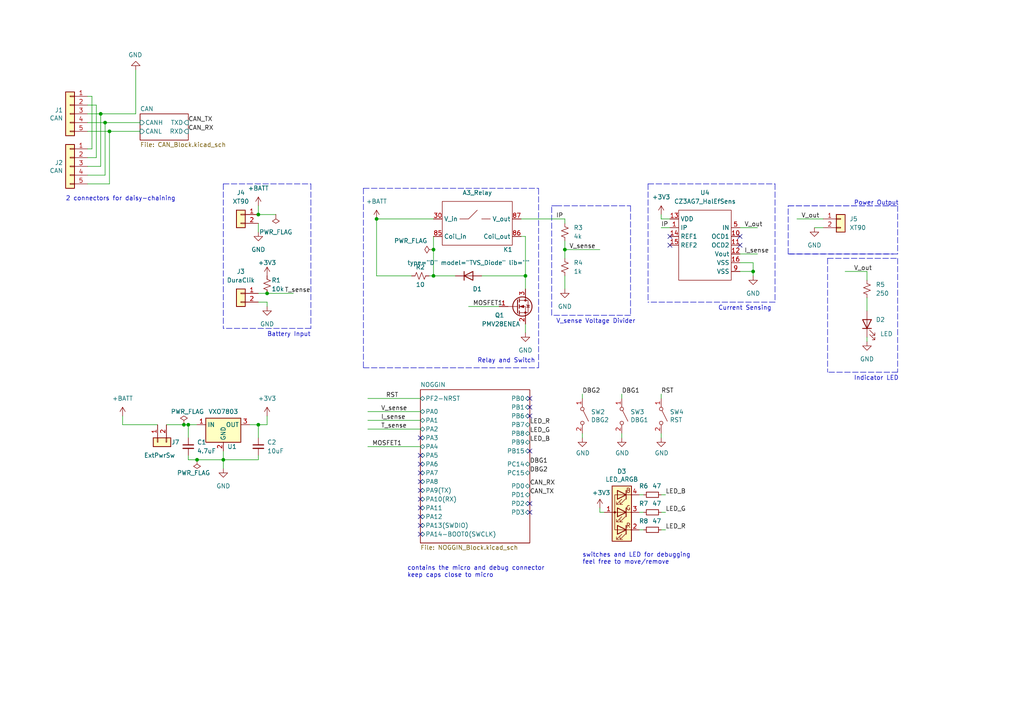
<source format=kicad_sch>
(kicad_sch (version 20211123) (generator eeschema)
  (paper "A4")
  (lib_symbols
    (symbol "BMS_Library:A3_Relay"
      (property "Reference" "K" (at 6.35 -10.16 0))
      (property "Value" "A3_Relay" (at 0 5.08 0))
      (symbol "A3_Relay_0_1"
        (rectangle (start -10.16 3.81) (end 10.16 -8.89))
        (polyline (pts (xy 1.27 -1.27) (xy 3.81 -1.27)))
        (polyline (pts (xy -5.08 -1.27) (xy -2.54 -1.27) (xy 0 1.27)))
      )
      (symbol "A3_Relay_1_1"
        (pin power_in line (at -12.7 -1.27 0) (length 2.54) (name "V_in") (number "30"))
        (pin power_in line (at -12.7 -6.35 0) (length 2.54) (name "Coil_in") (number "85"))
        (pin power_out line (at 12.7 -6.35 180) (length 2.54) (name "Coil_out") (number "86"))
        (pin power_out line (at 12.7 -1.27 180) (length 2.54) (name "V_out") (number "87"))
      )
    )
    (symbol "BMS_Library:CZ3AG7_HalEfSens"
      (property "Reference" "U" (at -1.27 8.89 0))
      (property "Value" "CZ3AG7_HalEfSens" (at -1.27 -13.97 0))
      (symbol "CZ3AG7_HalEfSens_0_1"
        (rectangle (start -8.89 7.62) (end 6.35 -12.7))
      )
      (symbol "CZ3AG7_HalEfSens_1_1"
        (pin input line (at -11.43 2.54 0) (length 2.54) (name "IP") (number "1"))
        (pin output line (at 8.89 0 180) (length 2.54) (name "OCD1") (number "10"))
        (pin output line (at 8.89 -2.54 180) (length 2.54) (name "OCD2") (number "11"))
        (pin output line (at 8.89 -5.08 180) (length 2.54) (name "Vout") (number "12"))
        (pin power_in line (at -11.43 5.08 0) (length 2.54) (name "VDD") (number "13"))
        (pin input line (at -11.43 0 0) (length 2.54) (name "REF1") (number "14"))
        (pin input line (at -11.43 -2.54 0) (length 2.54) (name "REF2") (number "15"))
        (pin power_in line (at 8.89 -7.62 180) (length 2.54) (name "VSS") (number "16"))
        (pin output line (at 8.89 2.54 180) (length 2.54) (name "IN") (number "5"))
        (pin power_in line (at 8.89 -10.16 180) (length 2.54) (name "VSS") (number "9"))
      )
    )
    (symbol "Connector_Generic:Conn_01x02" (pin_names (offset 1.016) hide)
      (property "Reference" "J" (at 0 2.54 0))
      (property "Value" "Conn_01x02" (at 0 -5.08 0))
      (symbol "Conn_01x02_1_1"
        (rectangle (start -1.27 -2.413) (end 0 -2.667) (stroke (width 0.1524)))
        (rectangle (start -1.27 0.127) (end 0 -0.127) (stroke (width 0.1524)))
        (rectangle (start -1.27 1.27) (end 1.27 -3.81) (stroke (width 0.254)) (fill (type background)))
        (pin passive line (at -5.08 0 0) (length 3.81) (name "Pin_1") (number "1"))
        (pin passive line (at -5.08 -2.54 0) (length 3.81) (name "Pin_2") (number "2"))
      )
    )
    (symbol "Connector_Generic:Conn_01x05" (pin_names (offset 1.016) hide)
      (property "Reference" "J" (at 0 7.62 0))
      (property "Value" "Conn_01x05" (at 0 -7.62 0))
      (symbol "Conn_01x05_1_1"
        (rectangle (start -1.27 -4.953) (end 0 -5.207) (stroke (width 0.1524)))
        (rectangle (start -1.27 -2.413) (end 0 -2.667) (stroke (width 0.1524)))
        (rectangle (start -1.27 0.127) (end 0 -0.127) (stroke (width 0.1524)))
        (rectangle (start -1.27 2.667) (end 0 2.413) (stroke (width 0.1524)))
        (rectangle (start -1.27 5.207) (end 0 4.953) (stroke (width 0.1524)))
        (rectangle (start -1.27 6.35) (end 1.27 -6.35) (stroke (width 0.254)) (fill (type background)))
        (pin passive line (at -5.08 5.08 0) (length 3.81) (name "Pin_1") (number "1"))
        (pin passive line (at -5.08 2.54 0) (length 3.81) (name "Pin_2") (number "2"))
        (pin passive line (at -5.08 0 0) (length 3.81) (name "Pin_3") (number "3"))
        (pin passive line (at -5.08 -2.54 0) (length 3.81) (name "Pin_4") (number "4"))
        (pin passive line (at -5.08 -5.08 0) (length 3.81) (name "Pin_5") (number "5"))
      )
    )
    (symbol "Converter_DCDC:OKI-78SR-5_1.5-W36-C"
      (property "Reference" "U" (at -3.81 3.175 0))
      (property "Value" "OKI-78SR-5_1.5-W36-C" (at 0 3.175 0))
      (symbol "OKI-78SR-5_1.5-W36-C_0_1"
        (rectangle (start -5.08 1.905) (end 5.08 -5.08) (stroke (width 0.254)) (fill (type background)))
      )
      (symbol "OKI-78SR-5_1.5-W36-C_1_1"
        (pin power_in line (at -7.62 0 0) (length 2.54) (name "IN") (number "1"))
        (pin power_in line (at 0 -7.62 90) (length 2.54) (name "GND") (number "2"))
        (pin power_out line (at 7.62 0 180) (length 2.54) (name "OUT") (number "3"))
      )
    )
    (symbol "Device:C_Small" (pin_numbers hide) (pin_names (offset 0.254) hide)
      (property "Reference" "C" (at 0.254 1.778 0))
      (property "Value" "C_Small" (at 0.254 -2.032 0))
      (symbol "C_Small_0_1"
        (polyline (pts (xy -1.524 -0.508) (xy 1.524 -0.508)) (stroke (width 0.3302)))
        (polyline (pts (xy -1.524 0.508) (xy 1.524 0.508)) (stroke (width 0.3048)))
      )
      (symbol "C_Small_1_1"
        (pin passive line (at 0 2.54 270) (length 2.032) (name "~") (number "1"))
        (pin passive line (at 0 -2.54 90) (length 2.032) (name "~") (number "2"))
      )
    )
    (symbol "Device:LED" (pin_numbers hide) (pin_names (offset 1.016) hide)
      (property "Reference" "D" (at 0 2.54 0))
      (property "Value" "LED" (at 0 -2.54 0))
      (symbol "LED_0_1"
        (polyline (pts (xy -1.27 -1.27) (xy -1.27 1.27)) (stroke (width 0.254)))
        (polyline (pts (xy -1.27 0) (xy 1.27 0)))
        (polyline (pts (xy 1.27 -1.27) (xy 1.27 1.27) (xy -1.27 0) (xy 1.27 -1.27)) (stroke (width 0.254)))
        (polyline (pts (xy -3.048 -0.762) (xy -4.572 -2.286) (xy -3.81 -2.286) (xy -4.572 -2.286) (xy -4.572 -1.524)))
        (polyline (pts (xy -1.778 -0.762) (xy -3.302 -2.286) (xy -2.54 -2.286) (xy -3.302 -2.286) (xy -3.302 -1.524)))
      )
      (symbol "LED_1_1"
        (pin passive line (at -3.81 0 0) (length 2.54) (name "K") (number "1"))
        (pin passive line (at 3.81 0 180) (length 2.54) (name "A") (number "2"))
      )
    )
    (symbol "Device:LED_ARGB" (pin_names (offset 0) hide)
      (property "Reference" "D" (at 0 9.398 0))
      (property "Value" "LED_ARGB" (at 0 -8.89 0))
      (symbol "LED_ARGB_0_0"
        (text "B" (at -1.905 -6.35 0) (effects (font (size 1.27 1.27))))
        (text "G" (at -1.905 -1.27 0) (effects (font (size 1.27 1.27))))
        (text "R" (at -1.905 3.81 0) (effects (font (size 1.27 1.27))))
      )
      (symbol "LED_ARGB_0_1"
        (polyline (pts (xy -1.27 -5.08) (xy -2.54 -5.08)))
        (polyline (pts (xy -1.27 -5.08) (xy 1.27 -5.08)))
        (polyline (pts (xy -1.27 -3.81) (xy -1.27 -6.35)) (stroke (width 0.254)))
        (polyline (pts (xy -1.27 0) (xy -2.54 0)))
        (polyline (pts (xy -1.27 1.27) (xy -1.27 -1.27)) (stroke (width 0.254)))
        (polyline (pts (xy -1.27 5.08) (xy -2.54 5.08)))
        (polyline (pts (xy -1.27 5.08) (xy 1.27 5.08)))
        (polyline (pts (xy -1.27 6.35) (xy -1.27 3.81)) (stroke (width 0.254)))
        (polyline (pts (xy 1.27 0) (xy -1.27 0)))
        (polyline (pts (xy 1.27 0) (xy 2.54 0)))
        (polyline (pts (xy -1.27 1.27) (xy -1.27 -1.27) (xy -1.27 -1.27)))
        (polyline (pts (xy -1.27 6.35) (xy -1.27 3.81) (xy -1.27 3.81)))
        (polyline (pts (xy 1.27 -5.08) (xy 2.032 -5.08) (xy 2.032 5.08) (xy 1.27 5.08)))
        (polyline (pts (xy 1.27 -3.81) (xy 1.27 -6.35) (xy -1.27 -5.08) (xy 1.27 -3.81)) (stroke (width 0.254)))
        (polyline (pts (xy 1.27 1.27) (xy 1.27 -1.27) (xy -1.27 0) (xy 1.27 1.27)) (stroke (width 0.254)))
        (polyline (pts (xy 1.27 6.35) (xy 1.27 3.81) (xy -1.27 5.08) (xy 1.27 6.35)) (stroke (width 0.254)))
        (polyline (pts (xy -1.016 -3.81) (xy 0.508 -2.286) (xy -0.254 -2.286) (xy 0.508 -2.286) (xy 0.508 -3.048)))
        (polyline (pts (xy -1.016 1.27) (xy 0.508 2.794) (xy -0.254 2.794) (xy 0.508 2.794) (xy 0.508 2.032)))
        (polyline (pts (xy -1.016 6.35) (xy 0.508 7.874) (xy -0.254 7.874) (xy 0.508 7.874) (xy 0.508 7.112)))
        (polyline (pts (xy 0 -3.81) (xy 1.524 -2.286) (xy 0.762 -2.286) (xy 1.524 -2.286) (xy 1.524 -3.048)))
        (polyline (pts (xy 0 1.27) (xy 1.524 2.794) (xy 0.762 2.794) (xy 1.524 2.794) (xy 1.524 2.032)))
        (polyline (pts (xy 0 6.35) (xy 1.524 7.874) (xy 0.762 7.874) (xy 1.524 7.874) (xy 1.524 7.112)))
        (rectangle (start 1.27 -1.27) (end 1.27 1.27))
        (rectangle (start 1.27 1.27) (end 1.27 1.27))
        (rectangle (start 1.27 3.81) (end 1.27 6.35))
        (rectangle (start 1.27 6.35) (end 1.27 6.35))
        (circle (center 2.032 0) (radius 0.254) (fill (type outline)))
        (rectangle (start 2.794 8.382) (end -2.794 -7.62) (stroke (width 0.254)) (fill (type background)))
      )
      (symbol "LED_ARGB_1_1"
        (pin passive line (at 5.08 0 180) (length 2.54) (name "A") (number "1"))
        (pin passive line (at -5.08 5.08 0) (length 2.54) (name "RK") (number "2"))
        (pin passive line (at -5.08 0 0) (length 2.54) (name "GK") (number "3"))
        (pin passive line (at -5.08 -5.08 0) (length 2.54) (name "BK") (number "4"))
      )
    )
    (symbol "Device:Q_NMOS_GSD" (pin_names (offset 0) hide)
      (property "Reference" "Q" (at 5.08 1.27 0))
      (property "Value" "Q_NMOS_GSD" (at 5.08 -1.27 0))
      (symbol "Q_NMOS_GSD_0_1"
        (polyline (pts (xy 0.254 0) (xy -2.54 0)))
        (polyline (pts (xy 0.254 1.905) (xy 0.254 -1.905)) (stroke (width 0.254)))
        (polyline (pts (xy 0.762 -1.27) (xy 0.762 -2.286)) (stroke (width 0.254)))
        (polyline (pts (xy 0.762 0.508) (xy 0.762 -0.508)) (stroke (width 0.254)))
        (polyline (pts (xy 0.762 2.286) (xy 0.762 1.27)) (stroke (width 0.254)))
        (polyline (pts (xy 2.54 2.54) (xy 2.54 1.778)))
        (polyline (pts (xy 2.54 -2.54) (xy 2.54 0) (xy 0.762 0)))
        (polyline (pts (xy 0.762 -1.778) (xy 3.302 -1.778) (xy 3.302 1.778) (xy 0.762 1.778)))
        (polyline (pts (xy 1.016 0) (xy 2.032 0.381) (xy 2.032 -0.381) (xy 1.016 0)) (fill (type outline)))
        (polyline (pts (xy 2.794 0.508) (xy 2.921 0.381) (xy 3.683 0.381) (xy 3.81 0.254)))
        (polyline (pts (xy 3.302 0.381) (xy 2.921 -0.254) (xy 3.683 -0.254) (xy 3.302 0.381)))
        (circle (center 1.651 0) (radius 2.794) (stroke (width 0.254)))
        (circle (center 2.54 -1.778) (radius 0.254) (fill (type outline)))
        (circle (center 2.54 1.778) (radius 0.254) (fill (type outline)))
      )
      (symbol "Q_NMOS_GSD_1_1"
        (pin input line (at -5.08 0 0) (length 2.54) (name "G") (number "1"))
        (pin passive line (at 2.54 -5.08 90) (length 2.54) (name "S") (number "2"))
        (pin passive line (at 2.54 5.08 270) (length 2.54) (name "D") (number "3"))
      )
    )
    (symbol "Device:R_Small" (pin_numbers hide) (pin_names (offset 0.254) hide)
      (property "Reference" "R" (at 0.762 0.508 0))
      (property "Value" "R_Small" (at 0.762 -1.016 0))
      (symbol "R_Small_0_1"
        (rectangle (start -0.762 1.778) (end 0.762 -1.778) (stroke (width 0.2032)))
      )
      (symbol "R_Small_1_1"
        (pin passive line (at 0 2.54 270) (length 0.762) (name "~") (number "1"))
        (pin passive line (at 0 -2.54 90) (length 0.762) (name "~") (number "2"))
      )
    )
    (symbol "Device:R_Small_US" (pin_numbers hide) (pin_names (offset 0.254) hide)
      (property "Reference" "R" (at 0.762 0.508 0))
      (property "Value" "R_Small_US" (at 0.762 -1.016 0))
      (symbol "R_Small_US_1_1"
        (polyline (pts (xy 0 0) (xy 1.016 -0.381) (xy 0 -0.762) (xy -1.016 -1.143) (xy 0 -1.524)))
        (polyline (pts (xy 0 1.524) (xy 1.016 1.143) (xy 0 0.762) (xy -1.016 0.381) (xy 0 0)))
        (pin passive line (at 0 2.54 270) (length 1.016) (name "~") (number "1"))
        (pin passive line (at 0 -2.54 90) (length 1.016) (name "~") (number "2"))
      )
    )
    (symbol "Simulation_SPICE:DIODE" (pin_numbers hide) (pin_names (offset 1.016) hide)
      (property "Reference" "D" (at 0 2.54 0))
      (property "Value" "DIODE" (at 0 -2.54 0))
      (symbol "DIODE_0_1"
        (polyline (pts (xy 1.27 0) (xy -1.27 0)))
        (polyline (pts (xy 1.27 1.27) (xy 1.27 -1.27)) (stroke (width 0.254)))
        (polyline (pts (xy -1.27 -1.27) (xy -1.27 1.27) (xy 1.27 0) (xy -1.27 -1.27)) (stroke (width 0.254)))
      )
      (symbol "DIODE_1_1"
        (pin passive line (at -3.81 0 0) (length 2.54) (name "A") (number "1"))
        (pin passive line (at 3.81 0 180) (length 2.54) (name "K") (number "2"))
      )
    )
    (symbol "Switch:SW_SPST" (pin_names (offset 0) hide)
      (property "Reference" "SW" (at 0 3.175 0))
      (property "Value" "SW_SPST" (at 0 -2.54 0))
      (symbol "SW_SPST_0_0"
        (circle (center -2.032 0) (radius 0.508))
        (polyline (pts (xy -1.524 0.254) (xy 1.524 1.778)))
        (circle (center 2.032 0) (radius 0.508))
      )
      (symbol "SW_SPST_1_1"
        (pin passive line (at -5.08 0 0) (length 2.54) (name "A") (number "1"))
        (pin passive line (at 5.08 0 180) (length 2.54) (name "B") (number "2"))
      )
    )
    (symbol "power:+3.3V" (power) (pin_names (offset 0))
      (property "Value" "+3.3V" (at 0 3.556 0))
      (symbol "+3.3V_0_1"
        (polyline (pts (xy -0.762 1.27) (xy 0 2.54)))
        (polyline (pts (xy 0 0) (xy 0 2.54)))
        (polyline (pts (xy 0 2.54) (xy 0.762 1.27)))
      )
      (symbol "+3.3V_1_1"
        (pin power_in line (at 0 0 90) (length 0) hide (name "+3V3") (number "1"))
      )
    )
    (symbol "power:+3V3" (power) (pin_names (offset 0))
      (property "Value" "+3V3" (at 0 3.556 0))
      (symbol "+3V3_0_1"
        (polyline (pts (xy -0.762 1.27) (xy 0 2.54)))
        (polyline (pts (xy 0 0) (xy 0 2.54)))
        (polyline (pts (xy 0 2.54) (xy 0.762 1.27)))
      )
      (symbol "+3V3_1_1"
        (pin power_in line (at 0 0 90) (length 0) hide (name "+3V3") (number "1"))
      )
    )
    (symbol "power:+BATT" (power) (pin_names (offset 0))
      (property "Value" "+BATT" (at 0 3.556 0))
      (symbol "+BATT_0_1"
        (polyline (pts (xy -0.762 1.27) (xy 0 2.54)))
        (polyline (pts (xy 0 0) (xy 0 2.54)))
        (polyline (pts (xy 0 2.54) (xy 0.762 1.27)))
      )
      (symbol "+BATT_1_1"
        (pin power_in line (at 0 0 90) (length 0) hide (name "+BATT") (number "1"))
      )
    )
    (symbol "power:GND" (power) (pin_names (offset 0))
      (property "Value" "GND" (at 0 -3.81 0))
      (symbol "GND_0_1"
        (polyline (pts (xy 0 0) (xy 0 -1.27) (xy 1.27 -1.27) (xy 0 -2.54) (xy -1.27 -1.27) (xy 0 -1.27)))
      )
      (symbol "GND_1_1"
        (pin power_in line (at 0 0 270) (length 0) hide (name "GND") (number "1"))
      )
    )
    (symbol "power:PWR_FLAG" (power) (pin_numbers hide) (pin_names (offset 0) hide)
      (property "Value" "PWR_FLAG" (at 0 3.81 0))
      (symbol "PWR_FLAG_0_0"
        (pin power_out line (at 0 0 90) (length 0) (name "pwr") (number "1"))
      )
      (symbol "PWR_FLAG_0_1"
        (polyline (pts (xy 0 0) (xy 0 1.27) (xy -1.016 1.905) (xy 0 2.54) (xy 1.016 1.905) (xy 0 1.27)))
      )
    )
  )
  (junction (at 64.77 133.35))
  (junction (at 77.47 85.09))
  (junction (at 152.4 80.01))
  (junction (at 125.73 80.01))
  (junction (at 109.22 63.5))
  (junction (at 57.15 133.35))
  (junction (at 125.73 72.39))
  (junction (at 74.93 123.19))
  (junction (at 29.21 33.02))
  (junction (at 30.48 35.56))
  (junction (at 53.34 123.19))
  (junction (at 74.93 62.23))
  (junction (at 163.83 72.39))
  (junction (at 218.44 78.74))
  (junction (at 31.75 38.1))
  (junction (at 54.61 123.19))
  (no_connect (at 153.67 118.11))
  (no_connect (at 153.67 120.65))
  (no_connect (at 121.92 139.7))
  (no_connect (at 121.92 142.24))
  (no_connect (at 153.67 146.05))
  (no_connect (at 153.67 148.59))
  (no_connect (at 153.67 130.81))
  (no_connect (at 121.92 127))
  (no_connect (at 121.92 132.08))
  (no_connect (at 121.92 134.62))
  (no_connect (at 121.92 137.16))
  (no_connect (at 153.67 115.57))
  (no_connect (at 121.92 144.78))
  (no_connect (at 121.92 147.32))
  (no_connect (at 121.92 149.86))
  (no_connect (at 121.92 152.4))
  (no_connect (at 121.92 154.94))
  (no_connect (at 214.63 68.58))
  (no_connect (at 194.31 71.12))
  (no_connect (at 194.31 68.58))
  (no_connect (at 214.63 71.12))
  (wire (pts (xy 191.77 66.04) (xy 194.31 66.04)))
  (wire (pts (xy 173.99 147.32) (xy 173.99 148.59)))
  (wire (pts (xy 163.83 80.01) (xy 163.83 83.82)))
  (polyline (pts (xy 105.41 54.61) (xy 156.21 54.61)))
  (wire (pts (xy 77.47 120.65) (xy 77.47 123.19)))
  (wire (pts (xy 236.22 66.04) (xy 238.76 66.04)))
  (wire (pts (xy 74.93 123.19) (xy 74.93 127)))
  (wire (pts (xy 151.13 63.5) (xy 163.83 63.5)))
  (polyline (pts (xy 260.35 59.69) (xy 260.35 73.66)))
  (wire (pts (xy 74.93 87.63) (xy 77.47 87.63)))
  (wire (pts (xy 152.4 93.98) (xy 152.4 96.52)))
  (wire (pts (xy 231.14 63.5) (xy 238.76 63.5)))
  (wire (pts (xy 106.68 115.57) (xy 121.92 115.57)))
  (wire (pts (xy 29.21 48.26) (xy 29.21 33.02)))
  (wire (pts (xy 39.37 33.02) (xy 39.37 20.32)))
  (wire (pts (xy 77.47 85.09) (xy 85.09 85.09)))
  (wire (pts (xy 54.61 132.08) (xy 54.61 133.35)))
  (wire (pts (xy 25.4 30.48) (xy 27.94 30.48)))
  (wire (pts (xy 109.22 80.01) (xy 109.22 63.5)))
  (wire (pts (xy 40.64 35.56) (xy 30.48 35.56)))
  (wire (pts (xy 125.73 80.01) (xy 125.73 72.39)))
  (wire (pts (xy 74.93 123.19) (xy 77.47 123.19)))
  (polyline (pts (xy 90.17 53.34) (xy 90.17 95.25)))
  (wire (pts (xy 168.91 114.3) (xy 168.91 115.57)))
  (polyline (pts (xy 187.96 53.34) (xy 187.96 87.63)))
  (wire (pts (xy 54.61 133.35) (xy 57.15 133.35)))
  (wire (pts (xy 251.46 86.36) (xy 251.46 90.17)))
  (wire (pts (xy 31.75 38.1) (xy 40.64 38.1)))
  (polyline (pts (xy 228.6 59.69) (xy 260.35 59.69)))
  (wire (pts (xy 106.68 129.54) (xy 121.92 129.54)))
  (wire (pts (xy 185.42 153.67) (xy 186.69 153.67)))
  (wire (pts (xy 74.93 85.09) (xy 77.47 85.09)))
  (polyline (pts (xy 160.02 59.69) (xy 161.29 59.69)))
  (polyline (pts (xy 64.77 53.34) (xy 90.17 53.34)))
  (wire (pts (xy 64.77 133.35) (xy 64.77 135.89)))
  (polyline (pts (xy 182.88 59.69) (xy 182.88 91.44)))
  (polyline (pts (xy 90.17 95.25) (xy 64.77 95.25)))
  (polyline (pts (xy 187.96 53.34) (xy 224.79 53.34)))
  (wire (pts (xy 191.77 62.23) (xy 191.77 63.5)))
  (wire (pts (xy 25.4 27.94) (xy 26.67 27.94)))
  (polyline (pts (xy 156.21 106.68) (xy 156.21 54.61)))
  (wire (pts (xy 168.91 127) (xy 168.91 125.73)))
  (wire (pts (xy 48.26 123.19) (xy 53.34 123.19)))
  (wire (pts (xy 74.93 132.08) (xy 74.93 133.35)))
  (wire (pts (xy 54.61 123.19) (xy 57.15 123.19)))
  (wire (pts (xy 135.89 88.9) (xy 144.78 88.9)))
  (wire (pts (xy 218.44 76.2) (xy 218.44 78.74)))
  (wire (pts (xy 25.4 43.18) (xy 26.67 43.18)))
  (wire (pts (xy 74.93 62.23) (xy 80.01 62.23)))
  (wire (pts (xy 26.67 43.18) (xy 26.67 27.94)))
  (polyline (pts (xy 260.35 107.95) (xy 240.03 107.95)))
  (polyline (pts (xy 105.41 106.68) (xy 156.21 106.68)))
  (wire (pts (xy 30.48 50.8) (xy 30.48 35.56)))
  (wire (pts (xy 119.38 80.01) (xy 109.22 80.01)))
  (polyline (pts (xy 228.6 73.66) (xy 228.6 59.69)))
  (polyline (pts (xy 260.35 74.93) (xy 260.35 107.95)))
  (wire (pts (xy 124.46 80.01) (xy 125.73 80.01)))
  (wire (pts (xy 214.63 76.2) (xy 218.44 76.2)))
  (wire (pts (xy 109.22 63.5) (xy 125.73 63.5)))
  (wire (pts (xy 151.13 68.58) (xy 152.4 68.58)))
  (wire (pts (xy 29.21 33.02) (xy 39.37 33.02)))
  (polyline (pts (xy 240.03 74.93) (xy 260.35 74.93)))
  (wire (pts (xy 106.68 124.46) (xy 121.92 124.46)))
  (wire (pts (xy 72.39 123.19) (xy 74.93 123.19)))
  (polyline (pts (xy 240.03 74.93) (xy 240.03 107.95)))
  (wire (pts (xy 125.73 72.39) (xy 125.73 68.58)))
  (wire (pts (xy 106.68 119.38) (xy 121.92 119.38)))
  (wire (pts (xy 74.93 133.35) (xy 64.77 133.35)))
  (wire (pts (xy 191.77 127) (xy 191.77 125.73)))
  (wire (pts (xy 152.4 80.01) (xy 152.4 83.82)))
  (wire (pts (xy 74.93 59.69) (xy 74.93 62.23)))
  (wire (pts (xy 163.83 72.39) (xy 173.99 72.39)))
  (wire (pts (xy 57.15 133.35) (xy 64.77 133.35)))
  (wire (pts (xy 191.77 153.67) (xy 193.04 153.67)))
  (wire (pts (xy 152.4 80.01) (xy 139.7 80.01)))
  (wire (pts (xy 191.77 148.59) (xy 193.04 148.59)))
  (wire (pts (xy 77.47 87.63) (xy 77.47 88.9)))
  (wire (pts (xy 30.48 35.56) (xy 25.4 35.56)))
  (polyline (pts (xy 224.79 87.63) (xy 187.96 87.63)))
  (wire (pts (xy 25.4 50.8) (xy 30.48 50.8)))
  (wire (pts (xy 35.56 123.19) (xy 45.72 123.19)))
  (polyline (pts (xy 260.35 73.66) (xy 228.6 73.66)))
  (wire (pts (xy 25.4 38.1) (xy 31.75 38.1)))
  (wire (pts (xy 53.34 123.19) (xy 54.61 123.19)))
  (wire (pts (xy 185.42 143.51) (xy 186.69 143.51)))
  (wire (pts (xy 132.08 80.01) (xy 125.73 80.01)))
  (polyline (pts (xy 105.41 54.61) (xy 105.41 106.68)))
  (wire (pts (xy 218.44 78.74) (xy 218.44 80.01)))
  (polyline (pts (xy 228.6 59.69) (xy 260.35 59.69)))
  (wire (pts (xy 194.31 63.5) (xy 191.77 63.5)))
  (wire (pts (xy 25.4 45.72) (xy 27.94 45.72)))
  (wire (pts (xy 64.77 130.81) (xy 64.77 133.35)))
  (polyline (pts (xy 224.79 53.34) (xy 224.79 87.63)))
  (polyline (pts (xy 228.6 73.66) (xy 259.08 73.66)))
  (wire (pts (xy 214.63 73.66) (xy 219.71 73.66)))
  (polyline (pts (xy 161.29 59.69) (xy 182.88 59.69)))
  (wire (pts (xy 251.46 81.28) (xy 251.46 78.74)))
  (wire (pts (xy 251.46 97.79) (xy 251.46 99.06)))
  (wire (pts (xy 152.4 68.58) (xy 152.4 80.01)))
  (wire (pts (xy 163.83 69.85) (xy 163.83 72.39)))
  (wire (pts (xy 191.77 143.51) (xy 193.04 143.51)))
  (wire (pts (xy 74.93 64.77) (xy 74.93 67.31)))
  (wire (pts (xy 25.4 33.02) (xy 29.21 33.02)))
  (wire (pts (xy 214.63 66.04) (xy 219.71 66.04)))
  (polyline (pts (xy 64.77 53.34) (xy 64.77 95.25)))
  (wire (pts (xy 106.68 121.92) (xy 121.92 121.92)))
  (wire (pts (xy 25.4 48.26) (xy 29.21 48.26)))
  (wire (pts (xy 180.34 127) (xy 180.34 125.73)))
  (wire (pts (xy 54.61 123.19) (xy 54.61 127)))
  (polyline (pts (xy 160.02 91.44) (xy 160.02 59.69)))
  (wire (pts (xy 163.83 72.39) (xy 163.83 74.93)))
  (wire (pts (xy 35.56 120.65) (xy 35.56 123.19)))
  (wire (pts (xy 31.75 53.34) (xy 31.75 38.1)))
  (wire (pts (xy 163.83 63.5) (xy 163.83 64.77)))
  (polyline (pts (xy 182.88 91.44) (xy 160.02 91.44)))
  (wire (pts (xy 185.42 148.59) (xy 186.69 148.59)))
  (wire (pts (xy 27.94 45.72) (xy 27.94 30.48)))
  (wire (pts (xy 25.4 53.34) (xy 31.75 53.34)))
  (wire (pts (xy 218.44 78.74) (xy 214.63 78.74)))
  (wire (pts (xy 245.11 78.74) (xy 251.46 78.74)))
  (wire (pts (xy 191.77 114.3) (xy 191.77 115.57)))
  (wire (pts (xy 180.34 114.3) (xy 180.34 115.57)))
  (wire (pts (xy 173.99 148.59) (xy 175.26 148.59)))
  (text "2 connectors for daisy-chaining" (at 19.05 58.42 0) (effects (font (size 1.27 1.27)) (justify left bottom)))
  (text "V_sense Voltage Divider" (at 161.29 93.98 0) (effects (font (size 1.27 1.27)) (justify left bottom)))
  (text "Power Output\n" (at 247.65 59.69 0) (effects (font (size 1.27 1.27)) (justify left bottom)))
  (text "switches and LED for debugging\nfeel free to move/remove" (at 168.91 163.83 0) (effects (font (size 1.27 1.27)) (justify left bottom)))
  (text "Current Sensing\n" (at 208.28 90.17 0) (effects (font (size 1.27 1.27)) (justify left bottom)))
  (text "contains the micro and debug connector\nkeep caps close to micro" (at 118.11 167.64 0) (effects (font (size 1.27 1.27)) (justify left bottom)))
  (text "Indicator LED" (at 247.65 110.49 0) (effects (font (size 1.27 1.27)) (justify left bottom)))
  (text "Battery Input" (at 77.47 97.79 0) (effects (font (size 1.27 1.27)) (justify left bottom)))
  (text "Relay and Switch" (at 138.43 105.41 0) (effects (font (size 1.27 1.27)) (justify left bottom)))
  (label "IP" (at 191.77 66.04 0))
  (label "CAN_RX" (at 153.67 140.97 0))
  (label "IP" (at 161.29 63.5 0))
  (label "T_sense" (at 110.49 124.46 0))
  (label "LED_B" (at 153.67 128.27 0))
  (label "V_out" (at 232.41 63.5 0))
  (label "LED_B" (at 193.04 143.51 0))
  (label "V_out" (at 247.65 78.74 0))
  (label "RST" (at 115.57 115.57 180))
  (label "CAN_RX" (at 54.61 38.1 0))
  (label "LED_R" (at 153.67 123.19 0))
  (label "LED_G" (at 153.67 125.73 0))
  (label "V_sense" (at 165.1 72.39 0))
  (label "CAN_TX" (at 153.67 143.51 0))
  (label "MOSFET1" (at 137.16 88.9 0))
  (label "DBG1" (at 180.34 114.3 0))
  (label "I_sense" (at 215.9 73.66 0))
  (label "LED_R" (at 193.04 153.67 0))
  (label "LED_G" (at 193.04 148.59 0))
  (label "MOSFET1" (at 107.95 129.54 0))
  (label "DBG2" (at 168.91 114.3 0))
  (label "I_sense" (at 110.49 121.92 0))
  (label "DBG1" (at 153.67 134.62 0))
  (label "T_sense" (at 82.55 85.09 0))
  (label "CAN_TX" (at 54.61 35.56 0))
  (label "V_sense" (at 110.49 119.38 0))
  (label "RST" (at 191.77 114.3 0))
  (label "DBG2" (at 153.67 137.16 0))
  (label "V_out" (at 215.9 66.04 0))
  (symbol (lib_id "Switch:SW_SPST") (at 168.91 120.65 270) (unit 1)
    (property "Reference" "SW2" (at 171.3992 119.4816 90) (effects (justify left)))
    (property "Value" "DBG2" (at 171.3992 121.793 90) (effects (justify left)))
    (property "Footprint" "Button_Switch_SMD:SW_SPST_PTS810" (effects hide))
  )
  (symbol (lib_id "power:GND") (at 168.91 127 0) (unit 1)
    (property "Reference" "#PWR015" (effects hide))
    (property "Value" "GND" (at 169.037 131.3942 0))
  )
  (symbol (lib_id "Device:LED_ARGB") (at 180.34 148.59 180) (unit 1)
    (property "Reference" "D3" (at 180.34 136.7282 0))
    (property "Value" "LED_ARGB" (at 180.34 139.0396 0))
    (property "Footprint" "LED_SMD:LED_Cree-PLCC4_2x2mm_CW" (effects hide))
  )
  (symbol (lib_id "Device:R_Small") (at 189.23 143.51 270) (unit 1)
    (property "Reference" "R6" (at 186.69 140.97 90))
    (property "Value" "47" (at 190.5 140.97 90))
    (property "Footprint" "Resistor_SMD:R_0603_1608Metric" (effects hide))
  )
  (symbol (lib_id "Device:R_Small") (at 189.23 148.59 270) (unit 1)
    (property "Reference" "R7" (at 186.69 146.05 90))
    (property "Value" "47" (at 190.5 146.05 90))
    (property "Footprint" "Resistor_SMD:R_0603_1608Metric" (effects hide))
  )
  (symbol (lib_id "Device:R_Small") (at 189.23 153.67 270) (unit 1)
    (property "Reference" "R8" (at 186.69 151.13 90))
    (property "Value" "47" (at 190.5 151.13 90))
    (property "Footprint" "Resistor_SMD:R_0603_1608Metric" (effects hide))
  )
  (symbol (lib_id "power:+3V3") (at 173.99 147.32 0) (unit 1)
    (property "Reference" "#PWR016" (effects hide))
    (property "Value" "+3V3" (at 174.371 142.9258 0))
  )
  (symbol (lib_id "Connector_Generic:Conn_01x05") (at 20.32 33.02 0) (mirror y) (unit 1)
    (property "Reference" "J1" (at 18.288 31.9532 0) (effects (justify left)))
    (property "Value" "CAN" (at 18.288 34.2646 0) (effects (justify left)))
    (property "Footprint" "extraparts:Molex_DuraClik_Vert_5pin" (effects hide))
  )
  (symbol (lib_id "Connector_Generic:Conn_01x05") (at 20.32 48.26 0) (mirror y) (unit 1)
    (property "Reference" "J2" (at 18.288 47.1932 0) (effects (justify left)))
    (property "Value" "CAN" (at 18.288 49.5046 0) (effects (justify left)))
    (property "Footprint" "extraparts:Molex_DuraClik_Vert_5pin" (effects hide))
  )
  (symbol (lib_id "power:GND") (at 39.37 20.32 180) (unit 1)
    (property "Reference" "#PWR02" (effects hide))
    (property "Value" "GND" (at 39.243 15.9258 0))
  )
  (symbol (lib_id "Switch:SW_SPST") (at 180.34 120.65 270) (unit 1)
    (property "Reference" "SW3" (at 182.8292 119.4816 90) (effects (justify left)))
    (property "Value" "DBG1" (at 182.8292 121.793 90) (effects (justify left)))
    (property "Footprint" "Button_Switch_SMD:SW_SPST_PTS810" (effects hide))
  )
  (symbol (lib_id "power:GND") (at 180.34 127 0) (unit 1)
    (property "Reference" "#PWR017" (effects hide))
    (property "Value" "GND" (at 180.467 131.3942 0))
  )
  (symbol (lib_id "Switch:SW_SPST") (at 191.77 120.65 270) (unit 1)
    (property "Reference" "SW4" (at 194.2592 119.4816 90) (effects (justify left)))
    (property "Value" "RST" (at 194.2592 121.793 90) (effects (justify left)))
    (property "Footprint" "Button_Switch_SMD:SW_SPST_PTS810" (effects hide))
  )
  (symbol (lib_id "power:GND") (at 191.77 127 0) (unit 1)
    (property "Reference" "#PWR018" (effects hide))
    (property "Value" "GND" (at 191.897 131.3942 0))
  )
  (symbol (lib_id "power:PWR_FLAG") (at 57.15 133.35 180) (unit 1)
    (property "Reference" "#FLG0102" (effects hide))
    (property "Value" "PWR_FLAG" (at 60.96 137.16 0) (effects (justify left)))
  )
  (symbol (lib_id "power:PWR_FLAG") (at 53.34 123.19 0) (unit 1)
    (property "Reference" "#FLG0101" (effects hide))
    (property "Value" "PWR_FLAG" (at 49.53 119.38 0) (effects (justify left)))
  )
  (symbol (lib_id "power:+3.3V") (at 77.47 120.65 0) (unit 1)
    (property "Reference" "#PWR06" (effects hide))
    (property "Value" "+3.3V" (at 77.47 115.57 0))
  )
  (symbol (lib_id "Device:R_Small_US") (at 163.83 77.47 0) (unit 1)
    (property "Reference" "R4" (at 166.37 76.1999 0) (effects (justify left)))
    (property "Value" "1k" (at 166.37 78.7399 0) (effects (justify left)))
    (property "Footprint" "Resistor_SMD:R_0603_1608Metric" (effects hide))
  )
  (symbol (lib_id "power:GND") (at 218.44 80.01 0) (unit 1)
    (property "Reference" "#PWR0101" (effects hide))
    (property "Value" "GND" (at 218.44 85.09 0))
  )
  (symbol (lib_id "Connector_Generic:Conn_01x02") (at 243.84 63.5 0) (unit 1)
    (property "Reference" "J5" (at 246.38 63.4999 0) (effects (justify left)))
    (property "Value" "XT90" (at 246.38 66.0399 0) (effects (justify left)))
    (property "Footprint" "BMS_Library:Conn_XT90" (effects hide))
  )
  (symbol (lib_id "Device:R_Small_US") (at 77.47 82.55 0) (unit 1)
    (property "Reference" "R1" (at 78.74 81.28 0) (effects (justify left)))
    (property "Value" "10k" (at 78.74 83.82 0) (effects (justify left)))
    (property "Footprint" "Resistor_SMD:R_0805_2012Metric" (effects hide))
  )
  (symbol (lib_id "power:PWR_FLAG") (at 80.01 62.23 180) (unit 1)
    (property "Reference" "#FLG01" (effects hide))
    (property "Value" "PWR_FLAG" (at 80.01 67.31 0))
  )
  (symbol (lib_id "Connector_Generic:Conn_01x02") (at 45.72 128.27 90) (mirror x) (unit 1)
    (property "Reference" "J7" (at 52.07 128.27 90) (effects (justify left)))
    (property "Value" "ExtPwrSw" (at 50.8 132.08 90) (effects (justify left)))
    (property "Footprint" "extraparts:Molex_DuraClik_Vert_2pin" (effects hide))
  )
  (symbol (lib_id "power:+BATT") (at 109.22 63.5 0) (unit 1)
    (property "Reference" "#PWR010" (effects hide))
    (property "Value" "+BATT" (at 109.22 58.42 0))
  )
  (symbol (lib_id "power:+3.3V") (at 191.77 62.23 0) (unit 1)
    (property "Reference" "#PWR09" (effects hide))
    (property "Value" "+3.3V" (at 191.77 57.15 0))
  )
  (symbol (lib_id "power:GND") (at 64.77 135.89 0) (unit 1)
    (property "Reference" "#PWR03" (effects hide))
    (property "Value" "GND" (at 64.77 140.97 0))
  )
  (symbol (lib_id "Device:C_Small") (at 54.61 129.54 0) (unit 1)
    (property "Reference" "C1" (at 57.15 128.2762 0) (effects (justify left)))
    (property "Value" "4.7uF" (at 57.15 130.8162 0) (effects (justify left)))
    (property "Footprint" "Capacitor_SMD:C_0603_1608Metric" (effects hide))
  )
  (symbol (lib_id "BMS_Library:CZ3AG7_HalEfSens") (at 205.74 68.58 0) (unit 1)
    (property "Reference" "U4" (at 204.47 55.88 0))
    (property "Value" "CZ3AG7_HalEfSens" (at 204.47 58.42 0))
    (property "Footprint" "BMS_Library:CZ3AG7_HalEfSens" (effects hide))
  )
  (symbol (lib_id "power:GND") (at 251.46 99.06 0) (unit 1)
    (property "Reference" "#PWR014" (effects hide))
    (property "Value" "GND" (at 251.46 104.14 0))
  )
  (symbol (lib_id "BMS_Library:A3_Relay") (at 138.43 62.23 0) (unit 1)
    (property "Reference" "K1" (at 147.32 72.39 0))
    (property "Value" "A3_Relay" (at 138.43 55.88 0))
    (property "Footprint" "BMS_Library:A3_Relay" (effects hide))
  )
  (symbol (lib_id "Device:LED") (at 251.46 93.98 90) (unit 1)
    (property "Reference" "D2" (at 254 92.71 90) (effects (justify right)))
    (property "Value" "LED" (at 255.27 96.8374 90) (effects (justify right)))
    (property "Footprint" "LED_SMD:LED_Cree-PLCC4_2x2mm_CW" (effects hide))
  )
  (symbol (lib_id "Device:R_Small_US") (at 251.46 83.82 180) (unit 1)
    (property "Reference" "R5" (at 254 82.5499 0) (effects (justify right)))
    (property "Value" "250" (at 254 85.0899 0) (effects (justify right)))
    (property "Footprint" "Resistor_SMD:R_0603_1608Metric" (effects hide))
  )
  (symbol (lib_id "power:+BATT") (at 35.56 120.65 0) (unit 1)
    (property "Reference" "#PWR01" (effects hide))
    (property "Value" "+BATT" (at 35.56 115.57 0))
  )
  (symbol (lib_id "power:GND") (at 74.93 67.31 0) (unit 1)
    (property "Reference" "#PWR08" (effects hide))
    (property "Value" "GND" (at 74.93 72.39 0))
  )
  (symbol (lib_id "Device:Q_NMOS_GSD") (at 149.86 88.9 0) (unit 1)
    (property "Reference" "Q1" (at 143.51 91.44 0) (effects (justify left)))
    (property "Value" "PMV28ENEA" (at 139.7 93.98 0) (effects (justify left)))
    (property "Footprint" "Package_TO_SOT_SMD:SOT-23-5_HandSoldering" (effects hide))
  )
  (symbol (lib_id "power:+BATT") (at 74.93 59.69 0) (unit 1)
    (property "Reference" "#PWR07" (effects hide))
    (property "Value" "+BATT" (at 74.93 54.61 0))
  )
  (symbol (lib_id "power:GND") (at 236.22 66.04 0) (unit 1)
    (property "Reference" "#PWR013" (effects hide))
    (property "Value" "GND" (at 236.22 71.12 0))
  )
  (symbol (lib_id "power:PWR_FLAG") (at 125.73 72.39 90) (unit 1)
    (property "Reference" "#FLG02" (effects hide))
    (property "Value" "PWR_FLAG" (at 114.3 69.85 90) (effects (justify right)))
  )
  (symbol (lib_id "power:+3.3V") (at 77.47 80.01 0) (unit 1)
    (property "Reference" "#PWR04" (effects hide))
    (property "Value" "+3.3V" (at 77.47 76.2 0))
  )
  (symbol (lib_id "Converter_DCDC:OKI-78SR-5_1.5-W36-C") (at 64.77 123.19 0) (unit 1)
    (property "Reference" "U1" (at 67.31 129.54 0))
    (property "Value" "VXO7803" (at 64.77 119.38 0))
    (property "Footprint" "Converter_DCDC:Converter_DCDC_Murata_OKI-78SR_Vertical" (effects hide))
    (property "Datasheet" "https://power.murata.com/data/power/oki-78sr.pdf" (effects hide))
  )
  (symbol (lib_id "power:GND") (at 77.47 88.9 0) (unit 1)
    (property "Reference" "#PWR05" (effects hide))
    (property "Value" "GND" (at 77.47 93.98 0))
  )
  (symbol (lib_id "Device:R_Small_US") (at 163.83 67.31 180) (unit 1)
    (property "Reference" "R3" (at 166.37 66.0399 0) (effects (justify right)))
    (property "Value" "4k" (at 166.37 68.5799 0) (effects (justify right)))
    (property "Footprint" "Resistor_SMD:R_1206_3216Metric" (effects hide))
  )
  (symbol (lib_id "Device:R_Small_US") (at 121.92 80.01 90) (unit 1)
    (property "Reference" "R2" (at 121.92 77.47 90))
    (property "Value" "10" (at 121.92 82.55 90))
    (property "Footprint" "Resistor_SMD:R_0805_2012Metric" (effects hide))
  )
  (symbol (lib_id "power:GND") (at 152.4 96.52 0) (unit 1)
    (property "Reference" "#PWR011" (effects hide))
    (property "Value" "GND" (at 152.4 101.6 0))
  )
  (symbol (lib_id "Simulation_SPICE:DIODE") (at 135.89 80.01 180) (unit 1)
    (property "Reference" "D1" (at 138.43 83.82 0))
    (property "Value" "TVS_Diode" (at 135.89 76.2 0))
    (property "Footprint" "Diode_SMD:D_SMC" (effects hide))
    (property "Spice_Netlist_Enabled" "Y" (effects hide))
    (property "Spice_Primitive" "D" (effects hide))
  )
  (symbol (lib_id "Connector_Generic:Conn_01x02") (at 69.85 62.23 0) (mirror y) (unit 1)
    (property "Reference" "J4" (at 69.85 55.88 0))
    (property "Value" "XT90" (at 69.85 58.42 0))
    (property "Footprint" "BMS_Library:Conn_XT90" (effects hide))
  )
  (symbol (lib_id "power:GND") (at 163.83 83.82 0) (unit 1)
    (property "Reference" "#PWR012" (effects hide))
    (property "Value" "GND" (at 163.83 88.9 0))
  )
  (symbol (lib_id "Device:C_Small") (at 74.93 129.54 0) (unit 1)
    (property "Reference" "C2" (at 77.47 128.2762 0) (effects (justify left)))
    (property "Value" "10uF" (at 77.47 130.8162 0) (effects (justify left)))
    (property "Footprint" "Capacitor_SMD:C_0603_1608Metric" (effects hide))
  )
  (symbol (lib_id "Connector_Generic:Conn_01x02") (at 69.85 85.09 0) (mirror y) (unit 1)
    (property "Reference" "J3" (at 69.85 78.74 0))
    (property "Value" "DuraClik" (at 69.85 81.28 0))
    (property "Footprint" "extraparts:Molex_DuraClik_Vert_2pin" (effects hide))
  )
  (sheet (at 40.64 33.02) (size 13.97 7.62)
    (property "Sheet name" "CAN" (at 40.64 32.3084 0) (effects (justify left bottom)))
    (property "Sheet file" "CAN_Block.kicad_sch" (at 40.64 41.2246 0) (effects (justify left top)))
    (pin "TXD" input (at 54.61 35.56 0))
    (pin "RXD" input (at 54.61 38.1 0))
    (pin "CANH" input (at 40.64 35.56 180))
    (pin "CANL" input (at 40.64 38.1 180))
  )
  (sheet (at 121.92 113.03) (size 31.75 44.45)
    (property "Sheet name" "NOGGIN" (at 121.92 112.3184 0) (effects (justify left bottom)))
    (property "Sheet file" "NOGGIN_Block.kicad_sch" (at 121.92 158.0646 0) (effects (justify left top)))
    (pin "PA0" bidirectional (at 121.92 119.38 180))
    (pin "PA1" bidirectional (at 121.92 121.92 180))
    (pin "PA2" bidirectional (at 121.92 124.46 180))
    (pin "PF2-NRST" bidirectional (at 121.92 115.57 180))
    (pin "PA3" bidirectional (at 121.92 127 180))
    (pin "PA4" bidirectional (at 121.92 129.54 180))
    (pin "PA5" bidirectional (at 121.92 132.08 180))
    (pin "PA6" bidirectional (at 121.92 134.62 180))
    (pin "PA7" bidirectional (at 121.92 137.16 180))
    (pin "PB0" bidirectional (at 153.67 115.57 0))
    (pin "PB1" bidirectional (at 153.67 118.11 0))
    (pin "PB6" bidirectional (at 153.67 120.65 0))
    (pin "PB7" bidirectional (at 153.67 123.19 0))
    (pin "PB8" bidirectional (at 153.67 125.73 0))
    (pin "PB9" bidirectional (at 153.67 128.27 0))
    (pin "PB15" bidirectional (at 153.67 130.81 0))
    (pin "PC14" bidirectional (at 153.67 134.62 0))
    (pin "PC15" bidirectional (at 153.67 137.16 0))
    (pin "PA14-BOOT0(SWCLK)" bidirectional (at 121.92 154.94 180))
    (pin "PA8" bidirectional (at 121.92 139.7 180))
    (pin "PA9(TX)" bidirectional (at 121.92 142.24 180))
    (pin "PA10(RX)" bidirectional (at 121.92 144.78 180))
    (pin "PA11" bidirectional (at 121.92 147.32 180))
    (pin "PA12" bidirectional (at 121.92 149.86 180))
    (pin "PA13(SWDIO)" bidirectional (at 121.92 152.4 180))
    (pin "PD0" bidirectional (at 153.67 140.97 0))
    (pin "PD1" bidirectional (at 153.67 143.51 0))
    (pin "PD2" bidirectional (at 153.67 146.05 0))
    (pin "PD3" bidirectional (at 153.67 148.59 0))
  )
)
</source>
